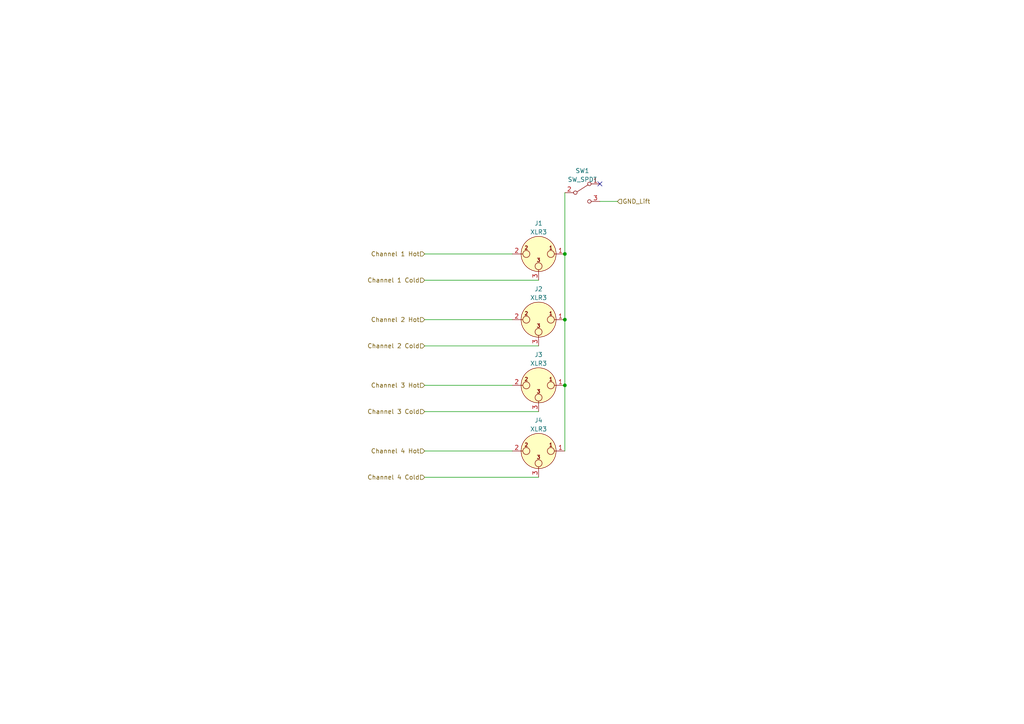
<source format=kicad_sch>
(kicad_sch (version 20230121) (generator eeschema)
  (paper "A4")
  (title_block (title "Essigfabrik 2-Way PA Switcher") (date "2023-11-21") (rev "1") (company "Daniel Machnik Sounddesign und Tontechnik"))
  (lib_symbols
    (symbol "Connector_Audio:XLR3" (pin_names hide)
      (property "Reference" "J" (at 0 8.89 0))
      (property "Value" "XLR3" (at 0 6.35 0))
      (symbol "XLR3_0_1"
        (circle (center -3.556 0) (radius 1.016))
        (circle (center 0 -3.556) (radius 1.016))
        (polyline (pts (xy -5.08 0) (xy -4.572 0)))
        (polyline (pts (xy 0 -5.08) (xy 0 -4.572)))
        (polyline (pts (xy 5.08 0) (xy 4.572 0)))
        (circle (center 0 0) (radius 5.08) (fill (type background)))
        (circle (center 3.556 0) (radius 1.016))
        (text "1" (at -3.556 1.778 0) (effects (font (size 1.016 1.016) bold)))
        (text "2" (at 3.556 1.778 0) (effects (font (size 1.016 1.016) bold)))
        (text "3" (at 0 -1.778 0) (effects (font (size 1.016 1.016) bold)))
        (pin passive line (at -7.62 0 0) (length 2.54) (name "~") (number "1"))
        (pin passive line (at 7.62 0 180) (length 2.54) (name "~") (number "2"))
        (pin passive line (at 0 -7.62 90) (length 2.54) (name "~") (number "3"))
      )
    )
    (symbol "Switch:SW_SPDT" (pin_names (offset 0) hide)
      (property "Reference" "SW" (at 0 4.318 0))
      (property "Value" "SW_SPDT" (at 0 -5.08 0))
      (symbol "SW_SPDT_0_0"
        (circle (center -2.032 0) (radius 0.508))
        (circle (center 2.032 -2.54) (radius 0.508))
      )
      (symbol "SW_SPDT_0_1"
        (polyline (pts (xy -1.524 0.254) (xy 1.651 2.286)))
        (circle (center 2.032 2.54) (radius 0.508))
      )
      (symbol "SW_SPDT_1_1"
        (pin passive line (at 5.08 2.54 180) (length 2.54) (name "A") (number "1"))
        (pin passive line (at -5.08 0 0) (length 2.54) (name "B") (number "2"))
        (pin passive line (at 5.08 -2.54 180) (length 2.54) (name "C") (number "3"))
      )
    )
  )
  (junction (at 163.83 111.76))
  (junction (at 163.83 73.66))
  (junction (at 163.83 92.71))
  (no_connect (at 173.99 53.34))
  (wire (pts (xy 156.21 119.38) (xy 123.19 119.38)))
  (wire (pts (xy 173.99 58.42) (xy 179.07 58.42)))
  (wire (pts (xy 156.21 138.43) (xy 123.19 138.43)))
  (wire (pts (xy 163.83 111.76) (xy 163.83 130.81)))
  (wire (pts (xy 163.83 92.71) (xy 163.83 111.76)))
  (wire (pts (xy 148.59 111.76) (xy 123.19 111.76)))
  (wire (pts (xy 156.21 81.28) (xy 123.19 81.28)))
  (wire (pts (xy 148.59 73.66) (xy 123.19 73.66)))
  (wire (pts (xy 163.83 73.66) (xy 163.83 92.71)))
  (wire (pts (xy 148.59 130.81) (xy 123.19 130.81)))
  (wire (pts (xy 163.83 55.88) (xy 163.83 73.66)))
  (wire (pts (xy 156.21 100.33) (xy 123.19 100.33)))
  (wire (pts (xy 148.59 92.71) (xy 123.19 92.71)))
  (hierarchical_label "Channel 4 Cold" (shape input) (at 123.19 138.43 180))
  (hierarchical_label "Channel 3 Hot" (shape input) (at 123.19 111.76 180))
  (hierarchical_label "Channel 2 Hot" (shape input) (at 123.19 92.71 180))
  (hierarchical_label "Channel 4 Hot" (shape input) (at 123.19 130.81 180))
  (hierarchical_label "Channel 3 Cold" (shape input) (at 123.19 119.38 180))
  (hierarchical_label "Channel 2 Cold" (shape input) (at 123.19 100.33 180))
  (hierarchical_label "Channel 1 Cold" (shape input) (at 123.19 81.28 180))
  (hierarchical_label "GND_Lift" (shape input) (at 179.07 58.42 0))
  (hierarchical_label "Channel 1 Hot" (shape input) (at 123.19 73.66 180))
  (symbol (lib_id "Connector_Audio:XLR3") (at 156.21 73.66 0) (mirror y) (unit 1)
    (property "Reference" "J1" (at 156.21 64.77 0))
    (property "Value" "XLR3" (at 156.21 67.31 0))
    (property "Datasheet" " ~" (effects hide))
    (instances (project "EF_matrix" (path "" (reference "J1") (unit 1)) (path "" (reference "J5") (unit 1)) (path "" (reference "J9") (unit 1)) (path "" (reference "J13") (unit 1))))
  )
  (symbol (lib_id "Switch:SW_SPDT") (at 168.91 55.88 0) (unit 1)
    (property "Reference" "SW1" (at 168.91 49.53 0))
    (property "Value" "SW_SPDT" (at 168.91 52.07 0))
    (instances (project "EF_matrix" (path "" (reference "SW1") (unit 1)) (path "" (reference "SW2") (unit 1)) (path "" (reference "SW3") (unit 1)) (path "" (reference "SW4") (unit 1))))
  )
  (symbol (lib_id "Connector_Audio:XLR3") (at 156.21 130.81 0) (mirror y) (unit 1)
    (property "Reference" "J4" (at 156.21 121.92 0))
    (property "Value" "XLR3" (at 156.21 124.46 0))
    (property "Datasheet" " ~" (effects hide))
    (instances (project "EF_matrix" (path "" (reference "J4") (unit 1)) (path "" (reference "J8") (unit 1)) (path "" (reference "J12") (unit 1)) (path "" (reference "J16") (unit 1))))
  )
  (symbol (lib_id "Connector_Audio:XLR3") (at 156.21 111.76 0) (mirror y) (unit 1)
    (property "Reference" "J3" (at 156.21 102.87 0))
    (property "Value" "XLR3" (at 156.21 105.41 0))
    (property "Datasheet" " ~" (effects hide))
    (instances (project "EF_matrix" (path "" (reference "J3") (unit 1)) (path "" (reference "J7") (unit 1)) (path "" (reference "J11") (unit 1)) (path "" (reference "J15") (unit 1))))
  )
  (symbol (lib_id "Connector_Audio:XLR3") (at 156.21 92.71 0) (mirror y) (unit 1)
    (property "Reference" "J2" (at 156.21 83.82 0))
    (property "Value" "XLR3" (at 156.21 86.36 0))
    (property "Datasheet" " ~" (effects hide))
    (instances (project "EF_matrix" (path "" (reference "J2") (unit 1)) (path "" (reference "J6") (unit 1)) (path "" (reference "J10") (unit 1)) (path "" (reference "J14") (unit 1))))
  )
)
</source>
